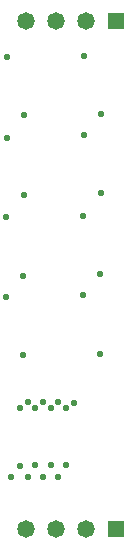
<source format=gbs>
%FSLAX44Y44*%
%MOMM*%
G71*
G01*
G75*
G04 Layer_Color=16711935*
%ADD10R,0.8000X0.9000*%
%ADD11C,1.0000*%
%ADD12R,1.0000X0.7250*%
%ADD13R,0.6000X1.3500*%
%ADD14R,0.4000X1.3500*%
%ADD15C,0.5000*%
%ADD16C,0.2000*%
%ADD17C,0.2540*%
%ADD18R,1.5000X1.5000*%
%ADD19C,1.5000*%
%ADD20C,0.6000*%
%ADD21R,0.7800X0.8800*%
%ADD22C,0.9800*%
%ADD23R,0.9800X0.7050*%
%ADD24R,0.5800X1.3300*%
%ADD25R,0.3800X1.3300*%
%ADD26R,1.4800X1.4800*%
%ADD27C,1.4800*%
%ADD28C,0.5800*%
D26*
X646430Y796290D02*
D03*
Y1226185D02*
D03*
D27*
X621030Y796290D02*
D03*
X595630D02*
D03*
X570230D02*
D03*
Y1226185D02*
D03*
X595630D02*
D03*
X621030D02*
D03*
D28*
X553750Y1196310D02*
D03*
X618910Y1197190D02*
D03*
Y1129880D02*
D03*
X553502Y1060232D02*
D03*
X618662Y1061548D02*
D03*
X553502Y992922D02*
D03*
X618662Y994238D02*
D03*
X553750Y1127760D02*
D03*
X568080Y1146810D02*
D03*
X633240Y1148080D02*
D03*
X568080Y1079500D02*
D03*
X633240Y1081260D02*
D03*
X567832Y1010920D02*
D03*
X632992Y1012190D02*
D03*
X567832Y943610D02*
D03*
X632992Y944880D02*
D03*
X571420Y840660D02*
D03*
X584420Y840520D02*
D03*
X597420Y840220D02*
D03*
X564920Y898930D02*
D03*
X571420Y904160D02*
D03*
X577920Y899090D02*
D03*
X584420Y904020D02*
D03*
X590920Y898790D02*
D03*
X597420Y903720D02*
D03*
X603920Y898490D02*
D03*
X610420Y903420D02*
D03*
X557420Y840740D02*
D03*
X577920Y850900D02*
D03*
X590920Y850530D02*
D03*
X603920Y850900D02*
D03*
X564920Y849630D02*
D03*
M02*

</source>
